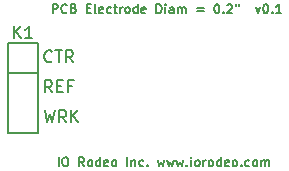
<source format=gto>
G04 (created by PCBNEW (2013-jul-07)-stable) date Sun 25 Jun 2017 04:45:46 PM PDT*
%MOIN*%
G04 Gerber Fmt 3.4, Leading zero omitted, Abs format*
%FSLAX34Y34*%
G01*
G70*
G90*
G04 APERTURE LIST*
%ADD10C,0.00590551*%
%ADD11C,0.008*%
%ADD12C,0.005*%
%ADD13C,0.006*%
G04 APERTURE END LIST*
G54D10*
G54D11*
X21728Y-23761D02*
X21823Y-24161D01*
X21900Y-23876D01*
X21976Y-24161D01*
X22071Y-23761D01*
X22452Y-24161D02*
X22319Y-23971D01*
X22223Y-24161D02*
X22223Y-23761D01*
X22376Y-23761D01*
X22414Y-23780D01*
X22433Y-23800D01*
X22452Y-23838D01*
X22452Y-23895D01*
X22433Y-23933D01*
X22414Y-23952D01*
X22376Y-23971D01*
X22223Y-23971D01*
X22623Y-24161D02*
X22623Y-23761D01*
X22852Y-24161D02*
X22680Y-23933D01*
X22852Y-23761D02*
X22623Y-23990D01*
X21971Y-23161D02*
X21838Y-22971D01*
X21742Y-23161D02*
X21742Y-22761D01*
X21895Y-22761D01*
X21933Y-22780D01*
X21952Y-22800D01*
X21971Y-22838D01*
X21971Y-22895D01*
X21952Y-22933D01*
X21933Y-22952D01*
X21895Y-22971D01*
X21742Y-22971D01*
X22142Y-22952D02*
X22276Y-22952D01*
X22333Y-23161D02*
X22142Y-23161D01*
X22142Y-22761D01*
X22333Y-22761D01*
X22638Y-22952D02*
X22504Y-22952D01*
X22504Y-23161D02*
X22504Y-22761D01*
X22695Y-22761D01*
X21971Y-22123D02*
X21952Y-22142D01*
X21895Y-22161D01*
X21857Y-22161D01*
X21800Y-22142D01*
X21761Y-22104D01*
X21742Y-22066D01*
X21723Y-21990D01*
X21723Y-21933D01*
X21742Y-21857D01*
X21761Y-21819D01*
X21800Y-21780D01*
X21857Y-21761D01*
X21895Y-21761D01*
X21952Y-21780D01*
X21971Y-21800D01*
X22085Y-21761D02*
X22314Y-21761D01*
X22200Y-22161D02*
X22200Y-21761D01*
X22676Y-22161D02*
X22542Y-21971D01*
X22447Y-22161D02*
X22447Y-21761D01*
X22600Y-21761D01*
X22638Y-21780D01*
X22657Y-21800D01*
X22676Y-21838D01*
X22676Y-21895D01*
X22657Y-21933D01*
X22638Y-21952D01*
X22600Y-21971D01*
X22447Y-21971D01*
G54D12*
X22192Y-25621D02*
X22192Y-25321D01*
X22392Y-25321D02*
X22449Y-25321D01*
X22478Y-25335D01*
X22507Y-25364D01*
X22521Y-25421D01*
X22521Y-25521D01*
X22507Y-25578D01*
X22478Y-25607D01*
X22449Y-25621D01*
X22392Y-25621D01*
X22364Y-25607D01*
X22335Y-25578D01*
X22321Y-25521D01*
X22321Y-25421D01*
X22335Y-25364D01*
X22364Y-25335D01*
X22392Y-25321D01*
X23049Y-25621D02*
X22949Y-25478D01*
X22878Y-25621D02*
X22878Y-25321D01*
X22992Y-25321D01*
X23021Y-25335D01*
X23035Y-25350D01*
X23049Y-25378D01*
X23049Y-25421D01*
X23035Y-25450D01*
X23021Y-25464D01*
X22992Y-25478D01*
X22878Y-25478D01*
X23221Y-25621D02*
X23192Y-25607D01*
X23178Y-25592D01*
X23164Y-25564D01*
X23164Y-25478D01*
X23178Y-25450D01*
X23192Y-25435D01*
X23221Y-25421D01*
X23264Y-25421D01*
X23292Y-25435D01*
X23307Y-25450D01*
X23321Y-25478D01*
X23321Y-25564D01*
X23307Y-25592D01*
X23292Y-25607D01*
X23264Y-25621D01*
X23221Y-25621D01*
X23578Y-25621D02*
X23578Y-25321D01*
X23578Y-25607D02*
X23549Y-25621D01*
X23492Y-25621D01*
X23464Y-25607D01*
X23449Y-25592D01*
X23435Y-25564D01*
X23435Y-25478D01*
X23449Y-25450D01*
X23464Y-25435D01*
X23492Y-25421D01*
X23549Y-25421D01*
X23578Y-25435D01*
X23835Y-25607D02*
X23807Y-25621D01*
X23749Y-25621D01*
X23721Y-25607D01*
X23707Y-25578D01*
X23707Y-25464D01*
X23721Y-25435D01*
X23749Y-25421D01*
X23807Y-25421D01*
X23835Y-25435D01*
X23849Y-25464D01*
X23849Y-25492D01*
X23707Y-25521D01*
X24021Y-25621D02*
X23992Y-25607D01*
X23978Y-25592D01*
X23964Y-25564D01*
X23964Y-25478D01*
X23978Y-25450D01*
X23992Y-25435D01*
X24021Y-25421D01*
X24064Y-25421D01*
X24092Y-25435D01*
X24107Y-25450D01*
X24121Y-25478D01*
X24121Y-25564D01*
X24107Y-25592D01*
X24092Y-25607D01*
X24064Y-25621D01*
X24021Y-25621D01*
X24478Y-25621D02*
X24478Y-25321D01*
X24621Y-25421D02*
X24621Y-25621D01*
X24621Y-25450D02*
X24635Y-25435D01*
X24664Y-25421D01*
X24707Y-25421D01*
X24735Y-25435D01*
X24749Y-25464D01*
X24749Y-25621D01*
X25021Y-25607D02*
X24992Y-25621D01*
X24935Y-25621D01*
X24907Y-25607D01*
X24892Y-25592D01*
X24878Y-25564D01*
X24878Y-25478D01*
X24892Y-25450D01*
X24907Y-25435D01*
X24935Y-25421D01*
X24992Y-25421D01*
X25021Y-25435D01*
X25150Y-25592D02*
X25164Y-25607D01*
X25150Y-25621D01*
X25135Y-25607D01*
X25150Y-25592D01*
X25150Y-25621D01*
X25492Y-25421D02*
X25549Y-25621D01*
X25607Y-25478D01*
X25664Y-25621D01*
X25721Y-25421D01*
X25807Y-25421D02*
X25864Y-25621D01*
X25921Y-25478D01*
X25978Y-25621D01*
X26035Y-25421D01*
X26121Y-25421D02*
X26178Y-25621D01*
X26235Y-25478D01*
X26292Y-25621D01*
X26350Y-25421D01*
X26464Y-25592D02*
X26478Y-25607D01*
X26464Y-25621D01*
X26450Y-25607D01*
X26464Y-25592D01*
X26464Y-25621D01*
X26607Y-25621D02*
X26607Y-25421D01*
X26607Y-25321D02*
X26592Y-25335D01*
X26607Y-25350D01*
X26621Y-25335D01*
X26607Y-25321D01*
X26607Y-25350D01*
X26792Y-25621D02*
X26764Y-25607D01*
X26750Y-25592D01*
X26735Y-25564D01*
X26735Y-25478D01*
X26750Y-25450D01*
X26764Y-25435D01*
X26792Y-25421D01*
X26835Y-25421D01*
X26864Y-25435D01*
X26878Y-25450D01*
X26892Y-25478D01*
X26892Y-25564D01*
X26878Y-25592D01*
X26864Y-25607D01*
X26835Y-25621D01*
X26792Y-25621D01*
X27021Y-25621D02*
X27021Y-25421D01*
X27021Y-25478D02*
X27035Y-25450D01*
X27050Y-25435D01*
X27078Y-25421D01*
X27107Y-25421D01*
X27250Y-25621D02*
X27221Y-25607D01*
X27207Y-25592D01*
X27192Y-25564D01*
X27192Y-25478D01*
X27207Y-25450D01*
X27221Y-25435D01*
X27250Y-25421D01*
X27292Y-25421D01*
X27321Y-25435D01*
X27335Y-25450D01*
X27350Y-25478D01*
X27350Y-25564D01*
X27335Y-25592D01*
X27321Y-25607D01*
X27292Y-25621D01*
X27250Y-25621D01*
X27607Y-25621D02*
X27607Y-25321D01*
X27607Y-25607D02*
X27578Y-25621D01*
X27521Y-25621D01*
X27492Y-25607D01*
X27478Y-25592D01*
X27464Y-25564D01*
X27464Y-25478D01*
X27478Y-25450D01*
X27492Y-25435D01*
X27521Y-25421D01*
X27578Y-25421D01*
X27607Y-25435D01*
X27864Y-25607D02*
X27835Y-25621D01*
X27778Y-25621D01*
X27750Y-25607D01*
X27735Y-25578D01*
X27735Y-25464D01*
X27750Y-25435D01*
X27778Y-25421D01*
X27835Y-25421D01*
X27864Y-25435D01*
X27878Y-25464D01*
X27878Y-25492D01*
X27735Y-25521D01*
X28050Y-25621D02*
X28021Y-25607D01*
X28007Y-25592D01*
X27992Y-25564D01*
X27992Y-25478D01*
X28007Y-25450D01*
X28021Y-25435D01*
X28050Y-25421D01*
X28092Y-25421D01*
X28121Y-25435D01*
X28135Y-25450D01*
X28150Y-25478D01*
X28150Y-25564D01*
X28135Y-25592D01*
X28121Y-25607D01*
X28092Y-25621D01*
X28050Y-25621D01*
X28278Y-25592D02*
X28292Y-25607D01*
X28278Y-25621D01*
X28264Y-25607D01*
X28278Y-25592D01*
X28278Y-25621D01*
X28550Y-25607D02*
X28521Y-25621D01*
X28464Y-25621D01*
X28435Y-25607D01*
X28421Y-25592D01*
X28407Y-25564D01*
X28407Y-25478D01*
X28421Y-25450D01*
X28435Y-25435D01*
X28464Y-25421D01*
X28521Y-25421D01*
X28550Y-25435D01*
X28721Y-25621D02*
X28692Y-25607D01*
X28678Y-25592D01*
X28664Y-25564D01*
X28664Y-25478D01*
X28678Y-25450D01*
X28692Y-25435D01*
X28721Y-25421D01*
X28764Y-25421D01*
X28792Y-25435D01*
X28807Y-25450D01*
X28821Y-25478D01*
X28821Y-25564D01*
X28807Y-25592D01*
X28792Y-25607D01*
X28764Y-25621D01*
X28721Y-25621D01*
X28950Y-25621D02*
X28950Y-25421D01*
X28950Y-25450D02*
X28964Y-25435D01*
X28992Y-25421D01*
X29035Y-25421D01*
X29064Y-25435D01*
X29078Y-25464D01*
X29078Y-25621D01*
X29078Y-25464D02*
X29092Y-25435D01*
X29121Y-25421D01*
X29164Y-25421D01*
X29192Y-25435D01*
X29207Y-25464D01*
X29207Y-25621D01*
X22000Y-20521D02*
X22000Y-20221D01*
X22114Y-20221D01*
X22142Y-20235D01*
X22157Y-20250D01*
X22171Y-20278D01*
X22171Y-20321D01*
X22157Y-20350D01*
X22142Y-20364D01*
X22114Y-20378D01*
X22000Y-20378D01*
X22471Y-20492D02*
X22457Y-20507D01*
X22414Y-20521D01*
X22385Y-20521D01*
X22342Y-20507D01*
X22314Y-20478D01*
X22300Y-20450D01*
X22285Y-20392D01*
X22285Y-20350D01*
X22300Y-20292D01*
X22314Y-20264D01*
X22342Y-20235D01*
X22385Y-20221D01*
X22414Y-20221D01*
X22457Y-20235D01*
X22471Y-20250D01*
X22700Y-20364D02*
X22742Y-20378D01*
X22757Y-20392D01*
X22771Y-20421D01*
X22771Y-20464D01*
X22757Y-20492D01*
X22742Y-20507D01*
X22714Y-20521D01*
X22600Y-20521D01*
X22600Y-20221D01*
X22700Y-20221D01*
X22728Y-20235D01*
X22742Y-20250D01*
X22757Y-20278D01*
X22757Y-20307D01*
X22742Y-20335D01*
X22728Y-20350D01*
X22700Y-20364D01*
X22600Y-20364D01*
X23128Y-20364D02*
X23228Y-20364D01*
X23271Y-20521D02*
X23128Y-20521D01*
X23128Y-20221D01*
X23271Y-20221D01*
X23442Y-20521D02*
X23414Y-20507D01*
X23400Y-20478D01*
X23400Y-20221D01*
X23671Y-20507D02*
X23642Y-20521D01*
X23585Y-20521D01*
X23557Y-20507D01*
X23542Y-20478D01*
X23542Y-20364D01*
X23557Y-20335D01*
X23585Y-20321D01*
X23642Y-20321D01*
X23671Y-20335D01*
X23685Y-20364D01*
X23685Y-20392D01*
X23542Y-20421D01*
X23942Y-20507D02*
X23914Y-20521D01*
X23857Y-20521D01*
X23828Y-20507D01*
X23814Y-20492D01*
X23800Y-20464D01*
X23800Y-20378D01*
X23814Y-20350D01*
X23828Y-20335D01*
X23857Y-20321D01*
X23914Y-20321D01*
X23942Y-20335D01*
X24028Y-20321D02*
X24142Y-20321D01*
X24071Y-20221D02*
X24071Y-20478D01*
X24085Y-20507D01*
X24114Y-20521D01*
X24142Y-20521D01*
X24242Y-20521D02*
X24242Y-20321D01*
X24242Y-20378D02*
X24257Y-20350D01*
X24271Y-20335D01*
X24300Y-20321D01*
X24328Y-20321D01*
X24471Y-20521D02*
X24442Y-20507D01*
X24428Y-20492D01*
X24414Y-20464D01*
X24414Y-20378D01*
X24428Y-20350D01*
X24442Y-20335D01*
X24471Y-20321D01*
X24514Y-20321D01*
X24542Y-20335D01*
X24557Y-20350D01*
X24571Y-20378D01*
X24571Y-20464D01*
X24557Y-20492D01*
X24542Y-20507D01*
X24514Y-20521D01*
X24471Y-20521D01*
X24828Y-20521D02*
X24828Y-20221D01*
X24828Y-20507D02*
X24800Y-20521D01*
X24742Y-20521D01*
X24714Y-20507D01*
X24700Y-20492D01*
X24685Y-20464D01*
X24685Y-20378D01*
X24700Y-20350D01*
X24714Y-20335D01*
X24742Y-20321D01*
X24800Y-20321D01*
X24828Y-20335D01*
X25085Y-20507D02*
X25057Y-20521D01*
X25000Y-20521D01*
X24971Y-20507D01*
X24957Y-20478D01*
X24957Y-20364D01*
X24971Y-20335D01*
X25000Y-20321D01*
X25057Y-20321D01*
X25085Y-20335D01*
X25100Y-20364D01*
X25100Y-20392D01*
X24957Y-20421D01*
X25457Y-20521D02*
X25457Y-20221D01*
X25528Y-20221D01*
X25571Y-20235D01*
X25600Y-20264D01*
X25614Y-20292D01*
X25628Y-20350D01*
X25628Y-20392D01*
X25614Y-20450D01*
X25600Y-20478D01*
X25571Y-20507D01*
X25528Y-20521D01*
X25457Y-20521D01*
X25757Y-20521D02*
X25757Y-20321D01*
X25757Y-20221D02*
X25742Y-20235D01*
X25757Y-20250D01*
X25771Y-20235D01*
X25757Y-20221D01*
X25757Y-20250D01*
X26028Y-20521D02*
X26028Y-20364D01*
X26014Y-20335D01*
X25985Y-20321D01*
X25928Y-20321D01*
X25900Y-20335D01*
X26028Y-20507D02*
X26000Y-20521D01*
X25928Y-20521D01*
X25900Y-20507D01*
X25885Y-20478D01*
X25885Y-20450D01*
X25900Y-20421D01*
X25928Y-20407D01*
X26000Y-20407D01*
X26028Y-20392D01*
X26171Y-20521D02*
X26171Y-20321D01*
X26171Y-20350D02*
X26185Y-20335D01*
X26214Y-20321D01*
X26257Y-20321D01*
X26285Y-20335D01*
X26300Y-20364D01*
X26300Y-20521D01*
X26300Y-20364D02*
X26314Y-20335D01*
X26342Y-20321D01*
X26385Y-20321D01*
X26414Y-20335D01*
X26428Y-20364D01*
X26428Y-20521D01*
X26800Y-20364D02*
X27028Y-20364D01*
X27028Y-20450D02*
X26800Y-20450D01*
X27457Y-20221D02*
X27485Y-20221D01*
X27514Y-20235D01*
X27528Y-20250D01*
X27542Y-20278D01*
X27557Y-20335D01*
X27557Y-20407D01*
X27542Y-20464D01*
X27528Y-20492D01*
X27514Y-20507D01*
X27485Y-20521D01*
X27457Y-20521D01*
X27428Y-20507D01*
X27414Y-20492D01*
X27400Y-20464D01*
X27385Y-20407D01*
X27385Y-20335D01*
X27400Y-20278D01*
X27414Y-20250D01*
X27428Y-20235D01*
X27457Y-20221D01*
X27685Y-20492D02*
X27700Y-20507D01*
X27685Y-20521D01*
X27671Y-20507D01*
X27685Y-20492D01*
X27685Y-20521D01*
X27814Y-20250D02*
X27828Y-20235D01*
X27857Y-20221D01*
X27928Y-20221D01*
X27957Y-20235D01*
X27971Y-20250D01*
X27985Y-20278D01*
X27985Y-20307D01*
X27971Y-20350D01*
X27800Y-20521D01*
X27985Y-20521D01*
X28100Y-20221D02*
X28100Y-20278D01*
X28214Y-20221D02*
X28214Y-20278D01*
X28771Y-20321D02*
X28842Y-20521D01*
X28914Y-20321D01*
X29085Y-20221D02*
X29114Y-20221D01*
X29142Y-20235D01*
X29157Y-20250D01*
X29171Y-20278D01*
X29185Y-20335D01*
X29185Y-20407D01*
X29171Y-20464D01*
X29157Y-20492D01*
X29142Y-20507D01*
X29114Y-20521D01*
X29085Y-20521D01*
X29057Y-20507D01*
X29042Y-20492D01*
X29028Y-20464D01*
X29014Y-20407D01*
X29014Y-20335D01*
X29028Y-20278D01*
X29042Y-20250D01*
X29057Y-20235D01*
X29085Y-20221D01*
X29314Y-20492D02*
X29328Y-20507D01*
X29314Y-20521D01*
X29300Y-20507D01*
X29314Y-20492D01*
X29314Y-20521D01*
X29614Y-20521D02*
X29442Y-20521D01*
X29528Y-20521D02*
X29528Y-20221D01*
X29500Y-20264D01*
X29471Y-20292D01*
X29442Y-20307D01*
G54D13*
X20500Y-21500D02*
X21500Y-21500D01*
X21500Y-21500D02*
X21500Y-24500D01*
X21500Y-24500D02*
X20500Y-24500D01*
X20500Y-24500D02*
X20500Y-21500D01*
X21500Y-22500D02*
X20500Y-22500D01*
X20704Y-21361D02*
X20704Y-20961D01*
X20933Y-21361D02*
X20761Y-21133D01*
X20933Y-20961D02*
X20704Y-21190D01*
X21314Y-21361D02*
X21085Y-21361D01*
X21200Y-21361D02*
X21200Y-20961D01*
X21161Y-21019D01*
X21123Y-21057D01*
X21085Y-21076D01*
M02*

</source>
